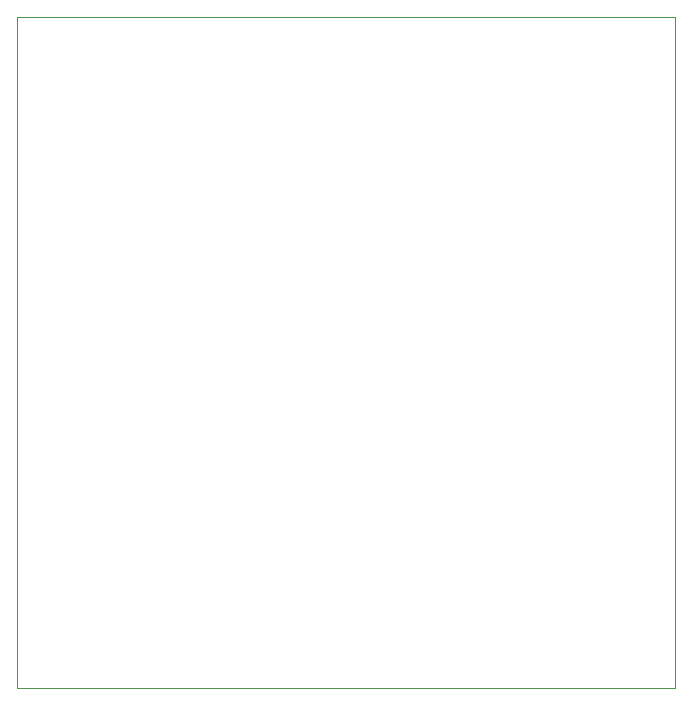
<source format=gm1>
%TF.GenerationSoftware,KiCad,Pcbnew,8.0.1*%
%TF.CreationDate,2024-04-11T19:27:17-06:00*%
%TF.ProjectId,ECE Altitude Project,45434520-416c-4746-9974-756465205072,rev?*%
%TF.SameCoordinates,Original*%
%TF.FileFunction,Profile,NP*%
%FSLAX46Y46*%
G04 Gerber Fmt 4.6, Leading zero omitted, Abs format (unit mm)*
G04 Created by KiCad (PCBNEW 8.0.1) date 2024-04-11 19:27:17*
%MOMM*%
%LPD*%
G01*
G04 APERTURE LIST*
%TA.AperFunction,Profile*%
%ADD10C,0.050000*%
%TD*%
G04 APERTURE END LIST*
D10*
X81400000Y-65850000D02*
X137100000Y-65850000D01*
X137100000Y-122650000D01*
X81400000Y-122650000D01*
X81400000Y-65850000D01*
M02*

</source>
